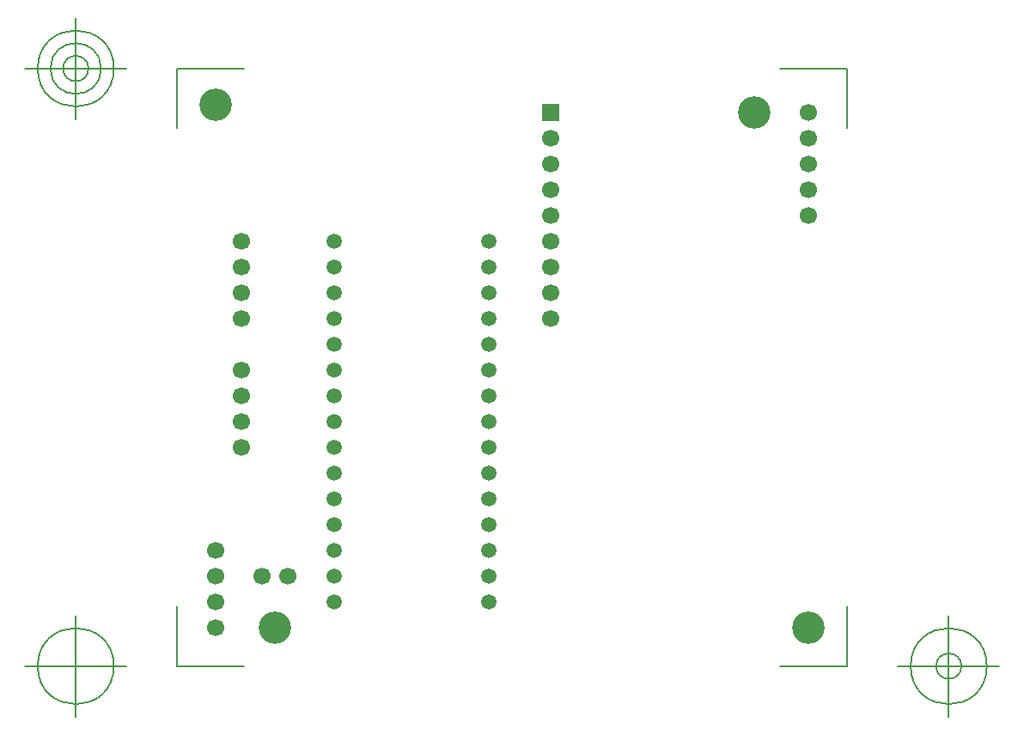
<source format=gbr>
G04 Generated by Ultiboard 14.2 *
%FSLAX34Y34*%
%MOMM*%

%ADD10C,0.0001*%
%ADD11C,0.1270*%
%ADD12C,3.2000*%
%ADD13C,1.7000*%
%ADD14C,1.5000*%
%ADD15R,1.7000X1.7000*%


G04 ColorRGB 9900CC for the following layer *
%LNL_uc100f6tstoppmaske unten*%
%LPD*%
G54D10*
G54D11*
X-2540Y-2540D02*
X-2540Y56388D01*
X-2540Y-2540D02*
X63500Y-2540D01*
X657860Y-2540D02*
X591820Y-2540D01*
X657860Y-2540D02*
X657860Y56388D01*
X657860Y586740D02*
X657860Y527812D01*
X657860Y586740D02*
X591820Y586740D01*
X-2540Y586740D02*
X63500Y586740D01*
X-2540Y586740D02*
X-2540Y527812D01*
X-52540Y-2540D02*
X-152540Y-2540D01*
X-102540Y-52540D02*
X-102540Y47460D01*
X-140040Y-2540D02*
G75*
D01*
G02X-140040Y-2540I37500J0*
G01*
X707860Y-2540D02*
X807860Y-2540D01*
X757860Y-52540D02*
X757860Y47460D01*
X720360Y-2540D02*
G75*
D01*
G02X720360Y-2540I37500J0*
G01*
X745360Y-2540D02*
G75*
D01*
G02X745360Y-2540I12500J0*
G01*
X-52540Y586740D02*
X-152540Y586740D01*
X-102540Y536740D02*
X-102540Y636740D01*
X-140040Y586740D02*
G75*
D01*
G02X-140040Y586740I37500J0*
G01*
X-127540Y586740D02*
G75*
D01*
G02X-127540Y586740I25000J0*
G01*
X-115040Y586740D02*
G75*
D01*
G02X-115040Y586740I12500J0*
G01*
G54D12*
X35560Y551180D03*
X93980Y35560D03*
X566420Y543560D03*
X619760Y35560D03*
G54D13*
X81280Y86360D03*
X106680Y86360D03*
X35560Y35560D03*
X35560Y60960D03*
X35560Y86360D03*
X35560Y111760D03*
X60960Y213360D03*
X60960Y238760D03*
X60960Y264160D03*
X60960Y289560D03*
X60960Y340360D03*
X60960Y365760D03*
X60960Y391160D03*
X60960Y416560D03*
X365760Y518160D03*
X365760Y492760D03*
X365760Y467360D03*
X365760Y441960D03*
X365760Y416560D03*
X365760Y391160D03*
X365760Y365760D03*
X365760Y340360D03*
X619760Y441960D03*
X619760Y543560D03*
X619760Y518160D03*
X619760Y492760D03*
X619760Y467360D03*
G54D14*
X152400Y416560D03*
X152400Y391160D03*
X152400Y365760D03*
X152400Y340360D03*
X152400Y314960D03*
X152400Y289560D03*
X152400Y264160D03*
X152400Y238760D03*
X152400Y213360D03*
X152400Y187960D03*
X152400Y162560D03*
X152400Y137160D03*
X152400Y111760D03*
X152400Y86360D03*
X152400Y60960D03*
X304800Y416560D03*
X304800Y391160D03*
X304800Y365760D03*
X304800Y340360D03*
X304800Y314960D03*
X304800Y289560D03*
X304800Y264160D03*
X304800Y238760D03*
X304800Y213360D03*
X304800Y187960D03*
X304800Y162560D03*
X304800Y137160D03*
X304800Y111760D03*
X304800Y86360D03*
X304800Y60960D03*
G54D15*
X365760Y543560D03*

M02*

</source>
